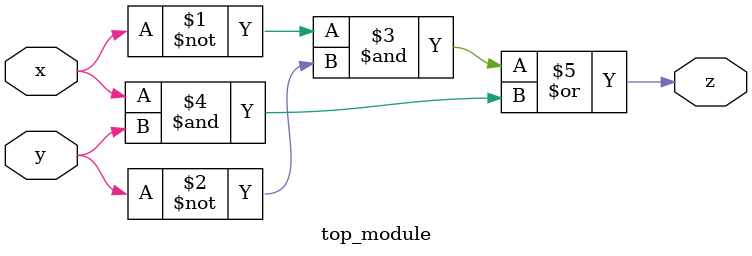
<source format=v>
module top_module ( input x, input y, output z );
    assign z=((~x)&(~y))|(x&y);
endmodule

</source>
